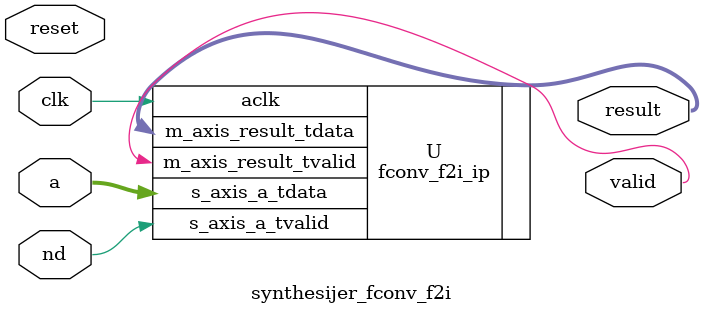
<source format=v>
`default_nettype none

module synthesijer_fconv_f2i
  (
   input wire 		     clk,
   input wire 		     reset,
   input wire [31:0] 	     a,
   input wire 		     nd,
   output wire signed [31:0] result,
   output wire 		     valid
   );

   fconv_f2i_ip U(.aclk(clk),
		  .s_axis_a_tdata(a),
		  .s_axis_a_tvalid(nd),
		  .m_axis_result_tvalid(valid),
		  .m_axis_result_tdata(result)
		  );

endmodule // synthesijer_fconv_f2i

`default_nettype wire

</source>
